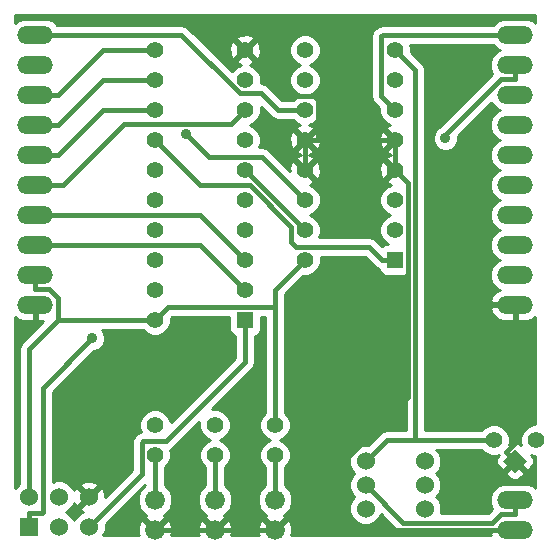
<source format=gtl>
G04 (created by PCBNEW-RS274X (2011-05-25)-stable) date Thu 09 Aug 2012 09:53:34 PM CST*
G01*
G70*
G90*
%MOIN*%
G04 Gerber Fmt 3.4, Leading zero omitted, Abs format*
%FSLAX34Y34*%
G04 APERTURE LIST*
%ADD10C,0.006000*%
%ADD11C,0.055000*%
%ADD12O,0.118700X0.059300*%
%ADD13R,0.060000X0.060000*%
%ADD14C,0.060000*%
%ADD15C,0.066000*%
%ADD16R,0.055000X0.055000*%
%ADD17C,0.035000*%
%ADD18C,0.016000*%
%ADD19C,0.010000*%
G04 APERTURE END LIST*
G54D10*
G54D11*
X24000Y-28500D03*
X24000Y-27500D03*
X26000Y-28500D03*
X26000Y-27500D03*
X28000Y-28500D03*
X28000Y-27500D03*
G54D12*
X20000Y-21500D03*
X20000Y-20500D03*
X20000Y-19500D03*
X20000Y-18500D03*
X20000Y-17500D03*
X20000Y-16500D03*
X36000Y-16500D03*
X36000Y-17500D03*
X36000Y-18500D03*
X36000Y-19500D03*
X36000Y-20500D03*
X36000Y-21500D03*
X36000Y-14500D03*
X36000Y-15500D03*
X20000Y-15500D03*
X20000Y-14500D03*
X36000Y-22500D03*
X36000Y-23500D03*
X20000Y-23500D03*
X20000Y-22500D03*
X36000Y-30000D03*
X36000Y-31000D03*
G54D13*
X19800Y-30900D03*
G54D14*
X19800Y-29900D03*
X20800Y-30900D03*
X20800Y-29900D03*
X21800Y-30900D03*
X21800Y-29900D03*
G54D11*
X35293Y-28000D03*
G54D10*
G36*
X36389Y-28707D02*
X36000Y-29096D01*
X35611Y-28707D01*
X36000Y-28318D01*
X36389Y-28707D01*
X36389Y-28707D01*
G37*
G54D11*
X36707Y-28000D03*
G54D15*
X28000Y-30000D03*
X28000Y-31000D03*
X26000Y-30000D03*
X26000Y-31000D03*
X24000Y-30000D03*
X24000Y-31000D03*
G54D16*
X27000Y-24000D03*
G54D11*
X27000Y-23000D03*
X27000Y-22000D03*
X27000Y-21000D03*
X27000Y-20000D03*
X27000Y-19000D03*
X27000Y-18000D03*
X27000Y-17000D03*
X27000Y-16000D03*
X27000Y-15000D03*
X24000Y-15000D03*
X24000Y-16000D03*
X24000Y-17000D03*
X24000Y-18000D03*
X24000Y-19000D03*
X24000Y-20000D03*
X24000Y-21000D03*
X24000Y-22000D03*
X24000Y-23000D03*
X24000Y-24000D03*
G54D16*
X32000Y-22000D03*
G54D11*
X32000Y-21000D03*
X32000Y-20000D03*
X32000Y-19000D03*
X32000Y-18000D03*
X32000Y-17000D03*
X32000Y-16000D03*
X32000Y-15000D03*
X29000Y-15000D03*
X29000Y-16000D03*
X29000Y-17000D03*
X29000Y-18000D03*
X29000Y-19000D03*
X29000Y-20000D03*
X29000Y-21000D03*
X29000Y-22000D03*
G54D14*
X31016Y-30287D03*
X31016Y-29500D03*
X31016Y-28713D03*
X32984Y-30287D03*
X32984Y-29500D03*
X32984Y-28713D03*
G54D17*
X25034Y-17812D03*
X33680Y-17943D03*
X21915Y-24615D03*
G54D18*
X29000Y-19000D02*
X29000Y-18000D01*
X29000Y-18000D02*
X29447Y-18000D01*
X29447Y-18000D02*
X32000Y-18000D01*
X28545Y-16545D02*
X27000Y-15000D01*
X29402Y-16545D02*
X28545Y-16545D01*
X29447Y-16590D02*
X29402Y-16545D01*
X29447Y-18000D02*
X29447Y-16590D01*
X24000Y-31000D02*
X26000Y-31000D01*
X36000Y-28087D02*
X36000Y-23500D01*
X35690Y-28397D02*
X36000Y-28087D01*
X36000Y-28707D02*
X35690Y-28397D01*
X26000Y-31000D02*
X28000Y-31000D01*
X32000Y-18000D02*
X32000Y-19000D01*
X36000Y-31000D02*
X35243Y-31000D01*
X30654Y-31000D02*
X35243Y-31000D01*
X29327Y-29673D02*
X30654Y-31000D01*
X32438Y-26562D02*
X29327Y-29673D01*
X32438Y-19438D02*
X32438Y-26562D01*
X32000Y-19000D02*
X32438Y-19438D01*
X29327Y-29673D02*
X28000Y-31000D01*
X35540Y-30460D02*
X36000Y-30460D01*
X35244Y-30756D02*
X35540Y-30460D01*
X32272Y-30756D02*
X35244Y-30756D01*
X31016Y-29500D02*
X32272Y-30756D01*
X36000Y-30000D02*
X36000Y-30460D01*
X25500Y-20500D02*
X20000Y-20500D01*
X27000Y-22000D02*
X25500Y-20500D01*
X20939Y-19500D02*
X20000Y-19500D01*
X22965Y-17474D02*
X20939Y-19500D01*
X26526Y-17474D02*
X22965Y-17474D01*
X27000Y-17000D02*
X26526Y-17474D01*
X22257Y-16000D02*
X20757Y-17500D01*
X24000Y-16000D02*
X22257Y-16000D01*
X20000Y-17500D02*
X20757Y-17500D01*
X28000Y-30000D02*
X28000Y-28500D01*
X24000Y-30000D02*
X24000Y-28500D01*
X26000Y-30000D02*
X26000Y-28500D01*
X25500Y-19500D02*
X24000Y-18000D01*
X27155Y-19500D02*
X25500Y-19500D01*
X28546Y-20891D02*
X27155Y-19500D01*
X28546Y-21395D02*
X28546Y-20891D01*
X28713Y-21562D02*
X28546Y-21395D01*
X31124Y-21562D02*
X28713Y-21562D01*
X31562Y-22000D02*
X31124Y-21562D01*
X32000Y-22000D02*
X31562Y-22000D01*
X31587Y-14500D02*
X36000Y-14500D01*
X31542Y-14545D02*
X31587Y-14500D01*
X31542Y-16542D02*
X31542Y-14545D01*
X32000Y-17000D02*
X31542Y-16542D01*
X32682Y-15682D02*
X32000Y-15000D01*
X32682Y-28000D02*
X32682Y-15682D01*
X31729Y-28000D02*
X32682Y-28000D01*
X31016Y-28713D02*
X31729Y-28000D01*
X32682Y-28000D02*
X35293Y-28000D01*
X28091Y-17000D02*
X29000Y-17000D01*
X27530Y-16439D02*
X28091Y-17000D01*
X26820Y-16439D02*
X27530Y-16439D01*
X24881Y-14500D02*
X26820Y-16439D01*
X20000Y-14500D02*
X24881Y-14500D01*
X25783Y-18561D02*
X25034Y-17812D01*
X27561Y-18561D02*
X25783Y-18561D01*
X29000Y-20000D02*
X27561Y-18561D01*
X35540Y-15960D02*
X36000Y-15960D01*
X33680Y-17820D02*
X35540Y-15960D01*
X33680Y-17943D02*
X33680Y-17820D01*
X36000Y-15500D02*
X36000Y-15960D01*
X25500Y-21500D02*
X27000Y-23000D01*
X20000Y-21500D02*
X25500Y-21500D01*
X29000Y-21000D02*
X27000Y-19000D01*
X22257Y-17000D02*
X20757Y-18500D01*
X24000Y-17000D02*
X22257Y-17000D01*
X20000Y-18500D02*
X20757Y-18500D01*
X22257Y-15000D02*
X20757Y-16500D01*
X24000Y-15000D02*
X22257Y-15000D01*
X20000Y-16500D02*
X20757Y-16500D01*
X20218Y-30437D02*
X19800Y-30437D01*
X20263Y-30392D02*
X20218Y-30437D01*
X20263Y-26267D02*
X20263Y-30392D01*
X21915Y-24615D02*
X20263Y-26267D01*
X19800Y-30900D02*
X19800Y-30437D01*
X23551Y-29149D02*
X21800Y-30900D01*
X23551Y-28090D02*
X23551Y-29149D01*
X23596Y-28045D02*
X23551Y-28090D01*
X24355Y-28045D02*
X23596Y-28045D01*
X27000Y-25400D02*
X24355Y-28045D01*
X27000Y-24000D02*
X27000Y-25400D01*
X20000Y-22500D02*
X20000Y-22960D01*
X24000Y-24000D02*
X20781Y-24000D01*
X19800Y-24981D02*
X20781Y-24000D01*
X19800Y-29900D02*
X19800Y-24981D01*
X20460Y-22960D02*
X20000Y-22960D01*
X20781Y-23281D02*
X20460Y-22960D01*
X20781Y-24000D02*
X20781Y-23281D01*
X28000Y-23561D02*
X28000Y-27500D01*
X28000Y-23000D02*
X28000Y-23561D01*
X29000Y-22000D02*
X28000Y-23000D01*
X24439Y-23561D02*
X24000Y-24000D01*
X28000Y-23561D02*
X24439Y-23561D01*
G54D10*
G36*
X20268Y-24046D02*
X19567Y-24748D01*
X19495Y-24854D01*
X19470Y-24981D01*
X19470Y-29454D01*
X19335Y-29589D01*
X19325Y-29613D01*
X19325Y-23891D01*
X19404Y-23967D01*
X19605Y-24046D01*
X19950Y-24046D01*
X19950Y-23600D01*
X19950Y-23550D01*
X19950Y-23450D01*
X20050Y-23450D01*
X20050Y-23550D01*
X20050Y-23600D01*
X20050Y-24046D01*
X20268Y-24046D01*
X20268Y-24046D01*
G37*
G54D19*
X20268Y-24046D02*
X19567Y-24748D01*
X19495Y-24854D01*
X19470Y-24981D01*
X19470Y-29454D01*
X19335Y-29589D01*
X19325Y-29613D01*
X19325Y-23891D01*
X19404Y-23967D01*
X19605Y-24046D01*
X19950Y-24046D01*
X19950Y-23600D01*
X19950Y-23550D01*
X19950Y-23450D01*
X20050Y-23450D01*
X20050Y-23550D01*
X20050Y-23600D01*
X20050Y-24046D01*
X20268Y-24046D01*
G54D10*
G36*
X26670Y-25263D02*
X24525Y-27408D01*
X24525Y-27396D01*
X24445Y-27203D01*
X24298Y-27055D01*
X24105Y-26975D01*
X23896Y-26975D01*
X23703Y-27055D01*
X23555Y-27202D01*
X23475Y-27395D01*
X23475Y-27604D01*
X23526Y-27728D01*
X23470Y-27740D01*
X23434Y-27764D01*
X23362Y-27812D01*
X23318Y-27857D01*
X23246Y-27963D01*
X23221Y-28090D01*
X23221Y-29012D01*
X22338Y-29894D01*
X22332Y-29766D01*
X22272Y-29619D01*
X22178Y-29592D01*
X22108Y-29662D01*
X22108Y-29522D01*
X22081Y-29428D01*
X21879Y-29357D01*
X21666Y-29368D01*
X21519Y-29428D01*
X21492Y-29522D01*
X21800Y-29829D01*
X22108Y-29522D01*
X22108Y-29662D01*
X21871Y-29900D01*
X21800Y-29971D01*
X21492Y-30278D01*
X21519Y-30372D01*
X21584Y-30395D01*
X21489Y-30435D01*
X21335Y-30589D01*
X21300Y-30673D01*
X21265Y-30589D01*
X21111Y-30435D01*
X21026Y-30400D01*
X21111Y-30365D01*
X21265Y-30211D01*
X21302Y-30119D01*
X21328Y-30181D01*
X21422Y-30208D01*
X21729Y-29900D01*
X21422Y-29592D01*
X21328Y-29619D01*
X21304Y-29684D01*
X21265Y-29589D01*
X21111Y-29435D01*
X20909Y-29351D01*
X20691Y-29351D01*
X20593Y-29391D01*
X20593Y-26403D01*
X21956Y-25040D01*
X21999Y-25040D01*
X22155Y-24976D01*
X22275Y-24856D01*
X22340Y-24700D01*
X22340Y-24531D01*
X22276Y-24375D01*
X22231Y-24330D01*
X23587Y-24330D01*
X23702Y-24445D01*
X23895Y-24525D01*
X24104Y-24525D01*
X24297Y-24445D01*
X24445Y-24298D01*
X24525Y-24105D01*
X24525Y-23941D01*
X24575Y-23891D01*
X26476Y-23891D01*
X26476Y-24324D01*
X26514Y-24416D01*
X26584Y-24486D01*
X26670Y-24521D01*
X26670Y-25263D01*
X26670Y-25263D01*
G37*
G54D19*
X26670Y-25263D02*
X24525Y-27408D01*
X24525Y-27396D01*
X24445Y-27203D01*
X24298Y-27055D01*
X24105Y-26975D01*
X23896Y-26975D01*
X23703Y-27055D01*
X23555Y-27202D01*
X23475Y-27395D01*
X23475Y-27604D01*
X23526Y-27728D01*
X23470Y-27740D01*
X23434Y-27764D01*
X23362Y-27812D01*
X23318Y-27857D01*
X23246Y-27963D01*
X23221Y-28090D01*
X23221Y-29012D01*
X22338Y-29894D01*
X22332Y-29766D01*
X22272Y-29619D01*
X22178Y-29592D01*
X22108Y-29662D01*
X22108Y-29522D01*
X22081Y-29428D01*
X21879Y-29357D01*
X21666Y-29368D01*
X21519Y-29428D01*
X21492Y-29522D01*
X21800Y-29829D01*
X22108Y-29522D01*
X22108Y-29662D01*
X21871Y-29900D01*
X21800Y-29971D01*
X21492Y-30278D01*
X21519Y-30372D01*
X21584Y-30395D01*
X21489Y-30435D01*
X21335Y-30589D01*
X21300Y-30673D01*
X21265Y-30589D01*
X21111Y-30435D01*
X21026Y-30400D01*
X21111Y-30365D01*
X21265Y-30211D01*
X21302Y-30119D01*
X21328Y-30181D01*
X21422Y-30208D01*
X21729Y-29900D01*
X21422Y-29592D01*
X21328Y-29619D01*
X21304Y-29684D01*
X21265Y-29589D01*
X21111Y-29435D01*
X20909Y-29351D01*
X20691Y-29351D01*
X20593Y-29391D01*
X20593Y-26403D01*
X21956Y-25040D01*
X21999Y-25040D01*
X22155Y-24976D01*
X22275Y-24856D01*
X22340Y-24700D01*
X22340Y-24531D01*
X22276Y-24375D01*
X22231Y-24330D01*
X23587Y-24330D01*
X23702Y-24445D01*
X23895Y-24525D01*
X24104Y-24525D01*
X24297Y-24445D01*
X24445Y-24298D01*
X24525Y-24105D01*
X24525Y-23941D01*
X24575Y-23891D01*
X26476Y-23891D01*
X26476Y-24324D01*
X26514Y-24416D01*
X26584Y-24486D01*
X26670Y-24521D01*
X26670Y-25263D01*
G54D10*
G36*
X35193Y-31100D02*
X35175Y-31134D01*
X35191Y-31175D01*
X28540Y-31175D01*
X28573Y-31086D01*
X28562Y-30861D01*
X28496Y-30702D01*
X28400Y-30671D01*
X28106Y-30965D01*
X28071Y-31000D01*
X28000Y-31071D01*
X27929Y-31000D01*
X27894Y-30965D01*
X27600Y-30671D01*
X27504Y-30702D01*
X27427Y-30914D01*
X27438Y-31139D01*
X27452Y-31175D01*
X26540Y-31175D01*
X26573Y-31086D01*
X26562Y-30861D01*
X26496Y-30702D01*
X26400Y-30671D01*
X26106Y-30965D01*
X26071Y-31000D01*
X26000Y-31071D01*
X25929Y-31000D01*
X25894Y-30965D01*
X25600Y-30671D01*
X25504Y-30702D01*
X25427Y-30914D01*
X25438Y-31139D01*
X25452Y-31175D01*
X24540Y-31175D01*
X24573Y-31086D01*
X24562Y-30861D01*
X24496Y-30702D01*
X24400Y-30671D01*
X24106Y-30965D01*
X24071Y-31000D01*
X24000Y-31071D01*
X23929Y-31000D01*
X23894Y-30965D01*
X23600Y-30671D01*
X23504Y-30702D01*
X23427Y-30914D01*
X23438Y-31139D01*
X23452Y-31175D01*
X22279Y-31175D01*
X22349Y-31009D01*
X22349Y-30817D01*
X23670Y-29496D01*
X23670Y-29510D01*
X23509Y-29671D01*
X23420Y-29884D01*
X23420Y-30115D01*
X23508Y-30328D01*
X23671Y-30491D01*
X23702Y-30503D01*
X23702Y-30504D01*
X23671Y-30600D01*
X24000Y-30929D01*
X24329Y-30600D01*
X24298Y-30504D01*
X24328Y-30492D01*
X24491Y-30329D01*
X24580Y-30116D01*
X24580Y-29885D01*
X24492Y-29672D01*
X24330Y-29510D01*
X24330Y-28912D01*
X24445Y-28798D01*
X24525Y-28605D01*
X24525Y-28396D01*
X24500Y-28337D01*
X24588Y-28278D01*
X25477Y-27388D01*
X25475Y-27395D01*
X25475Y-27604D01*
X25555Y-27797D01*
X25702Y-27945D01*
X25835Y-28000D01*
X25703Y-28055D01*
X25555Y-28202D01*
X25475Y-28395D01*
X25475Y-28604D01*
X25555Y-28797D01*
X25670Y-28912D01*
X25670Y-29510D01*
X25509Y-29671D01*
X25420Y-29884D01*
X25420Y-30115D01*
X25508Y-30328D01*
X25671Y-30491D01*
X25702Y-30503D01*
X25702Y-30504D01*
X25671Y-30600D01*
X26000Y-30929D01*
X26329Y-30600D01*
X26298Y-30504D01*
X26328Y-30492D01*
X26491Y-30329D01*
X26580Y-30116D01*
X26580Y-29885D01*
X26492Y-29672D01*
X26330Y-29510D01*
X26330Y-28912D01*
X26445Y-28798D01*
X26525Y-28605D01*
X26525Y-28396D01*
X26445Y-28203D01*
X26298Y-28055D01*
X26164Y-27999D01*
X26297Y-27945D01*
X26445Y-27798D01*
X26525Y-27605D01*
X26525Y-27396D01*
X26445Y-27203D01*
X26298Y-27055D01*
X26105Y-26975D01*
X25896Y-26975D01*
X25888Y-26978D01*
X27233Y-25634D01*
X27233Y-25633D01*
X27280Y-25562D01*
X27304Y-25527D01*
X27305Y-25526D01*
X27329Y-25400D01*
X27330Y-25400D01*
X27330Y-24521D01*
X27416Y-24486D01*
X27486Y-24416D01*
X27524Y-24325D01*
X27524Y-24226D01*
X27524Y-23891D01*
X27670Y-23891D01*
X27670Y-27087D01*
X27555Y-27202D01*
X27475Y-27395D01*
X27475Y-27604D01*
X27555Y-27797D01*
X27702Y-27945D01*
X27835Y-28000D01*
X27703Y-28055D01*
X27555Y-28202D01*
X27475Y-28395D01*
X27475Y-28604D01*
X27555Y-28797D01*
X27670Y-28912D01*
X27670Y-29510D01*
X27509Y-29671D01*
X27420Y-29884D01*
X27420Y-30115D01*
X27508Y-30328D01*
X27671Y-30491D01*
X27702Y-30503D01*
X27702Y-30504D01*
X27671Y-30600D01*
X28000Y-30929D01*
X28329Y-30600D01*
X28298Y-30504D01*
X28328Y-30492D01*
X28491Y-30329D01*
X28580Y-30116D01*
X28580Y-29885D01*
X28492Y-29672D01*
X28330Y-29510D01*
X28330Y-28912D01*
X28445Y-28798D01*
X28525Y-28605D01*
X28525Y-28396D01*
X28445Y-28203D01*
X28298Y-28055D01*
X28164Y-27999D01*
X28297Y-27945D01*
X28445Y-27798D01*
X28525Y-27605D01*
X28525Y-27396D01*
X28445Y-27203D01*
X28330Y-27087D01*
X28330Y-23561D01*
X28330Y-23136D01*
X28941Y-22525D01*
X29104Y-22525D01*
X29297Y-22445D01*
X29445Y-22298D01*
X29525Y-22105D01*
X29525Y-21896D01*
X29523Y-21892D01*
X30987Y-21892D01*
X31328Y-22233D01*
X31329Y-22233D01*
X31400Y-22280D01*
X31435Y-22304D01*
X31436Y-22305D01*
X31476Y-22312D01*
X31476Y-22324D01*
X31514Y-22416D01*
X31584Y-22486D01*
X31675Y-22524D01*
X31774Y-22524D01*
X32324Y-22524D01*
X32352Y-22512D01*
X32352Y-27670D01*
X31729Y-27670D01*
X31623Y-27691D01*
X31602Y-27695D01*
X31495Y-27767D01*
X31098Y-28164D01*
X30907Y-28164D01*
X30705Y-28248D01*
X30551Y-28402D01*
X30467Y-28604D01*
X30467Y-28822D01*
X30551Y-29024D01*
X30633Y-29106D01*
X30551Y-29189D01*
X30467Y-29391D01*
X30467Y-29609D01*
X30551Y-29811D01*
X30633Y-29893D01*
X30551Y-29976D01*
X30467Y-30178D01*
X30467Y-30396D01*
X30551Y-30598D01*
X30705Y-30752D01*
X30907Y-30836D01*
X31125Y-30836D01*
X31327Y-30752D01*
X31481Y-30598D01*
X31529Y-30480D01*
X32038Y-30989D01*
X32039Y-30989D01*
X32145Y-31061D01*
X32146Y-31061D01*
X32166Y-31064D01*
X32272Y-31086D01*
X35157Y-31086D01*
X35157Y-31100D01*
X35193Y-31100D01*
X35193Y-31100D01*
G37*
G54D19*
X35193Y-31100D02*
X35175Y-31134D01*
X35191Y-31175D01*
X28540Y-31175D01*
X28573Y-31086D01*
X28562Y-30861D01*
X28496Y-30702D01*
X28400Y-30671D01*
X28106Y-30965D01*
X28071Y-31000D01*
X28000Y-31071D01*
X27929Y-31000D01*
X27894Y-30965D01*
X27600Y-30671D01*
X27504Y-30702D01*
X27427Y-30914D01*
X27438Y-31139D01*
X27452Y-31175D01*
X26540Y-31175D01*
X26573Y-31086D01*
X26562Y-30861D01*
X26496Y-30702D01*
X26400Y-30671D01*
X26106Y-30965D01*
X26071Y-31000D01*
X26000Y-31071D01*
X25929Y-31000D01*
X25894Y-30965D01*
X25600Y-30671D01*
X25504Y-30702D01*
X25427Y-30914D01*
X25438Y-31139D01*
X25452Y-31175D01*
X24540Y-31175D01*
X24573Y-31086D01*
X24562Y-30861D01*
X24496Y-30702D01*
X24400Y-30671D01*
X24106Y-30965D01*
X24071Y-31000D01*
X24000Y-31071D01*
X23929Y-31000D01*
X23894Y-30965D01*
X23600Y-30671D01*
X23504Y-30702D01*
X23427Y-30914D01*
X23438Y-31139D01*
X23452Y-31175D01*
X22279Y-31175D01*
X22349Y-31009D01*
X22349Y-30817D01*
X23670Y-29496D01*
X23670Y-29510D01*
X23509Y-29671D01*
X23420Y-29884D01*
X23420Y-30115D01*
X23508Y-30328D01*
X23671Y-30491D01*
X23702Y-30503D01*
X23702Y-30504D01*
X23671Y-30600D01*
X24000Y-30929D01*
X24329Y-30600D01*
X24298Y-30504D01*
X24328Y-30492D01*
X24491Y-30329D01*
X24580Y-30116D01*
X24580Y-29885D01*
X24492Y-29672D01*
X24330Y-29510D01*
X24330Y-28912D01*
X24445Y-28798D01*
X24525Y-28605D01*
X24525Y-28396D01*
X24500Y-28337D01*
X24588Y-28278D01*
X25477Y-27388D01*
X25475Y-27395D01*
X25475Y-27604D01*
X25555Y-27797D01*
X25702Y-27945D01*
X25835Y-28000D01*
X25703Y-28055D01*
X25555Y-28202D01*
X25475Y-28395D01*
X25475Y-28604D01*
X25555Y-28797D01*
X25670Y-28912D01*
X25670Y-29510D01*
X25509Y-29671D01*
X25420Y-29884D01*
X25420Y-30115D01*
X25508Y-30328D01*
X25671Y-30491D01*
X25702Y-30503D01*
X25702Y-30504D01*
X25671Y-30600D01*
X26000Y-30929D01*
X26329Y-30600D01*
X26298Y-30504D01*
X26328Y-30492D01*
X26491Y-30329D01*
X26580Y-30116D01*
X26580Y-29885D01*
X26492Y-29672D01*
X26330Y-29510D01*
X26330Y-28912D01*
X26445Y-28798D01*
X26525Y-28605D01*
X26525Y-28396D01*
X26445Y-28203D01*
X26298Y-28055D01*
X26164Y-27999D01*
X26297Y-27945D01*
X26445Y-27798D01*
X26525Y-27605D01*
X26525Y-27396D01*
X26445Y-27203D01*
X26298Y-27055D01*
X26105Y-26975D01*
X25896Y-26975D01*
X25888Y-26978D01*
X27233Y-25634D01*
X27233Y-25633D01*
X27280Y-25562D01*
X27304Y-25527D01*
X27305Y-25526D01*
X27329Y-25400D01*
X27330Y-25400D01*
X27330Y-24521D01*
X27416Y-24486D01*
X27486Y-24416D01*
X27524Y-24325D01*
X27524Y-24226D01*
X27524Y-23891D01*
X27670Y-23891D01*
X27670Y-27087D01*
X27555Y-27202D01*
X27475Y-27395D01*
X27475Y-27604D01*
X27555Y-27797D01*
X27702Y-27945D01*
X27835Y-28000D01*
X27703Y-28055D01*
X27555Y-28202D01*
X27475Y-28395D01*
X27475Y-28604D01*
X27555Y-28797D01*
X27670Y-28912D01*
X27670Y-29510D01*
X27509Y-29671D01*
X27420Y-29884D01*
X27420Y-30115D01*
X27508Y-30328D01*
X27671Y-30491D01*
X27702Y-30503D01*
X27702Y-30504D01*
X27671Y-30600D01*
X28000Y-30929D01*
X28329Y-30600D01*
X28298Y-30504D01*
X28328Y-30492D01*
X28491Y-30329D01*
X28580Y-30116D01*
X28580Y-29885D01*
X28492Y-29672D01*
X28330Y-29510D01*
X28330Y-28912D01*
X28445Y-28798D01*
X28525Y-28605D01*
X28525Y-28396D01*
X28445Y-28203D01*
X28298Y-28055D01*
X28164Y-27999D01*
X28297Y-27945D01*
X28445Y-27798D01*
X28525Y-27605D01*
X28525Y-27396D01*
X28445Y-27203D01*
X28330Y-27087D01*
X28330Y-23561D01*
X28330Y-23136D01*
X28941Y-22525D01*
X29104Y-22525D01*
X29297Y-22445D01*
X29445Y-22298D01*
X29525Y-22105D01*
X29525Y-21896D01*
X29523Y-21892D01*
X30987Y-21892D01*
X31328Y-22233D01*
X31329Y-22233D01*
X31400Y-22280D01*
X31435Y-22304D01*
X31436Y-22305D01*
X31476Y-22312D01*
X31476Y-22324D01*
X31514Y-22416D01*
X31584Y-22486D01*
X31675Y-22524D01*
X31774Y-22524D01*
X32324Y-22524D01*
X32352Y-22512D01*
X32352Y-27670D01*
X31729Y-27670D01*
X31623Y-27691D01*
X31602Y-27695D01*
X31495Y-27767D01*
X31098Y-28164D01*
X30907Y-28164D01*
X30705Y-28248D01*
X30551Y-28402D01*
X30467Y-28604D01*
X30467Y-28822D01*
X30551Y-29024D01*
X30633Y-29106D01*
X30551Y-29189D01*
X30467Y-29391D01*
X30467Y-29609D01*
X30551Y-29811D01*
X30633Y-29893D01*
X30551Y-29976D01*
X30467Y-30178D01*
X30467Y-30396D01*
X30551Y-30598D01*
X30705Y-30752D01*
X30907Y-30836D01*
X31125Y-30836D01*
X31327Y-30752D01*
X31481Y-30598D01*
X31529Y-30480D01*
X32038Y-30989D01*
X32039Y-30989D01*
X32145Y-31061D01*
X32146Y-31061D01*
X32166Y-31064D01*
X32272Y-31086D01*
X35157Y-31086D01*
X35157Y-31100D01*
X35193Y-31100D01*
G54D10*
G36*
X36050Y-31050D02*
X35950Y-31050D01*
X35950Y-30950D01*
X36050Y-30950D01*
X36050Y-31050D01*
X36050Y-31050D01*
G37*
G54D19*
X36050Y-31050D02*
X35950Y-31050D01*
X35950Y-30950D01*
X36050Y-30950D01*
X36050Y-31050D01*
G54D10*
G36*
X36675Y-14104D02*
X36617Y-14046D01*
X36420Y-13964D01*
X36207Y-13964D01*
X35581Y-13964D01*
X35384Y-14045D01*
X35259Y-14170D01*
X31587Y-14170D01*
X31461Y-14195D01*
X31425Y-14219D01*
X31353Y-14267D01*
X31309Y-14312D01*
X31237Y-14418D01*
X31212Y-14545D01*
X31212Y-16542D01*
X31237Y-16669D01*
X31309Y-16775D01*
X31475Y-16941D01*
X31475Y-17104D01*
X31555Y-17297D01*
X31702Y-17445D01*
X31842Y-17503D01*
X31733Y-17548D01*
X31710Y-17639D01*
X31965Y-17894D01*
X32000Y-17929D01*
X32071Y-18000D01*
X32000Y-18071D01*
X31965Y-18106D01*
X31929Y-18142D01*
X31929Y-18000D01*
X31639Y-17710D01*
X31548Y-17733D01*
X31481Y-17926D01*
X31492Y-18130D01*
X31548Y-18267D01*
X31639Y-18290D01*
X31929Y-18000D01*
X31929Y-18142D01*
X31710Y-18361D01*
X31733Y-18452D01*
X31859Y-18496D01*
X31733Y-18548D01*
X31710Y-18639D01*
X31965Y-18894D01*
X32000Y-18929D01*
X32071Y-19000D01*
X32000Y-19071D01*
X31965Y-19106D01*
X31929Y-19142D01*
X31929Y-19000D01*
X31639Y-18710D01*
X31548Y-18733D01*
X31481Y-18926D01*
X31492Y-19130D01*
X31548Y-19267D01*
X31639Y-19290D01*
X31929Y-19000D01*
X31929Y-19142D01*
X31710Y-19361D01*
X31733Y-19452D01*
X31851Y-19493D01*
X31703Y-19555D01*
X31555Y-19702D01*
X31475Y-19895D01*
X31475Y-20104D01*
X31555Y-20297D01*
X31702Y-20445D01*
X31835Y-20500D01*
X31703Y-20555D01*
X31555Y-20702D01*
X31475Y-20895D01*
X31475Y-21104D01*
X31555Y-21297D01*
X31702Y-21445D01*
X31776Y-21476D01*
X31676Y-21476D01*
X31584Y-21514D01*
X31563Y-21534D01*
X31357Y-21329D01*
X31251Y-21257D01*
X31124Y-21232D01*
X29472Y-21232D01*
X29525Y-21105D01*
X29525Y-20896D01*
X29445Y-20703D01*
X29298Y-20555D01*
X29164Y-20499D01*
X29297Y-20445D01*
X29445Y-20298D01*
X29525Y-20105D01*
X29525Y-19896D01*
X29519Y-19881D01*
X29519Y-19074D01*
X29519Y-18074D01*
X29508Y-17870D01*
X29452Y-17733D01*
X29361Y-17710D01*
X29071Y-18000D01*
X29361Y-18290D01*
X29452Y-18267D01*
X29519Y-18074D01*
X29519Y-19074D01*
X29508Y-18870D01*
X29452Y-18733D01*
X29361Y-18710D01*
X29290Y-18781D01*
X29290Y-18639D01*
X29267Y-18548D01*
X29140Y-18503D01*
X29267Y-18452D01*
X29290Y-18361D01*
X29000Y-18071D01*
X28929Y-18142D01*
X28929Y-18000D01*
X28639Y-17710D01*
X28548Y-17733D01*
X28481Y-17926D01*
X28492Y-18130D01*
X28548Y-18267D01*
X28639Y-18290D01*
X28929Y-18000D01*
X28929Y-18142D01*
X28710Y-18361D01*
X28733Y-18452D01*
X28859Y-18496D01*
X28733Y-18548D01*
X28710Y-18639D01*
X29000Y-18929D01*
X29290Y-18639D01*
X29290Y-18781D01*
X29071Y-19000D01*
X29361Y-19290D01*
X29452Y-19267D01*
X29519Y-19074D01*
X29519Y-19881D01*
X29445Y-19703D01*
X29298Y-19555D01*
X29157Y-19496D01*
X29267Y-19452D01*
X29290Y-19361D01*
X29035Y-19106D01*
X29000Y-19071D01*
X28929Y-19000D01*
X28894Y-18965D01*
X28639Y-18710D01*
X28548Y-18733D01*
X28481Y-18926D01*
X28486Y-19020D01*
X27794Y-18328D01*
X27688Y-18256D01*
X27561Y-18231D01*
X27472Y-18231D01*
X27525Y-18105D01*
X27525Y-17896D01*
X27445Y-17703D01*
X27298Y-17555D01*
X27164Y-17499D01*
X27297Y-17445D01*
X27445Y-17298D01*
X27525Y-17105D01*
X27525Y-16900D01*
X27857Y-17233D01*
X27858Y-17233D01*
X27929Y-17280D01*
X27964Y-17304D01*
X27965Y-17305D01*
X28091Y-17330D01*
X28587Y-17330D01*
X28702Y-17445D01*
X28842Y-17503D01*
X28733Y-17548D01*
X28710Y-17639D01*
X29000Y-17929D01*
X29290Y-17639D01*
X29267Y-17548D01*
X29148Y-17506D01*
X29297Y-17445D01*
X29445Y-17298D01*
X29525Y-17105D01*
X29525Y-16896D01*
X29445Y-16703D01*
X29298Y-16555D01*
X29164Y-16499D01*
X29297Y-16445D01*
X29445Y-16298D01*
X29525Y-16105D01*
X29525Y-15896D01*
X29445Y-15703D01*
X29298Y-15555D01*
X29164Y-15499D01*
X29297Y-15445D01*
X29445Y-15298D01*
X29525Y-15105D01*
X29525Y-14896D01*
X29445Y-14703D01*
X29298Y-14555D01*
X29105Y-14475D01*
X28896Y-14475D01*
X28703Y-14555D01*
X28555Y-14702D01*
X28475Y-14895D01*
X28475Y-15104D01*
X28555Y-15297D01*
X28702Y-15445D01*
X28835Y-15500D01*
X28703Y-15555D01*
X28555Y-15702D01*
X28475Y-15895D01*
X28475Y-16104D01*
X28555Y-16297D01*
X28702Y-16445D01*
X28835Y-16500D01*
X28703Y-16555D01*
X28587Y-16670D01*
X28227Y-16670D01*
X27763Y-16206D01*
X27657Y-16134D01*
X27530Y-16109D01*
X27523Y-16109D01*
X27525Y-16105D01*
X27525Y-15896D01*
X27519Y-15881D01*
X27519Y-15074D01*
X27508Y-14870D01*
X27452Y-14733D01*
X27361Y-14710D01*
X27290Y-14781D01*
X27290Y-14639D01*
X27267Y-14548D01*
X27074Y-14481D01*
X26870Y-14492D01*
X26733Y-14548D01*
X26710Y-14639D01*
X27000Y-14929D01*
X27290Y-14639D01*
X27290Y-14781D01*
X27071Y-15000D01*
X27361Y-15290D01*
X27452Y-15267D01*
X27519Y-15074D01*
X27519Y-15881D01*
X27445Y-15703D01*
X27298Y-15555D01*
X27157Y-15496D01*
X27267Y-15452D01*
X27290Y-15361D01*
X27000Y-15071D01*
X26929Y-15142D01*
X26929Y-15000D01*
X26639Y-14710D01*
X26548Y-14733D01*
X26481Y-14926D01*
X26492Y-15130D01*
X26548Y-15267D01*
X26639Y-15290D01*
X26929Y-15000D01*
X26929Y-15142D01*
X26710Y-15361D01*
X26733Y-15452D01*
X26851Y-15493D01*
X26703Y-15555D01*
X26555Y-15702D01*
X26553Y-15706D01*
X25114Y-14267D01*
X25008Y-14195D01*
X24881Y-14170D01*
X20741Y-14170D01*
X20617Y-14046D01*
X20420Y-13964D01*
X20207Y-13964D01*
X19581Y-13964D01*
X19384Y-14045D01*
X19325Y-14104D01*
X19325Y-13825D01*
X36675Y-13825D01*
X36675Y-14104D01*
X36675Y-14104D01*
G37*
G54D19*
X36675Y-14104D02*
X36617Y-14046D01*
X36420Y-13964D01*
X36207Y-13964D01*
X35581Y-13964D01*
X35384Y-14045D01*
X35259Y-14170D01*
X31587Y-14170D01*
X31461Y-14195D01*
X31425Y-14219D01*
X31353Y-14267D01*
X31309Y-14312D01*
X31237Y-14418D01*
X31212Y-14545D01*
X31212Y-16542D01*
X31237Y-16669D01*
X31309Y-16775D01*
X31475Y-16941D01*
X31475Y-17104D01*
X31555Y-17297D01*
X31702Y-17445D01*
X31842Y-17503D01*
X31733Y-17548D01*
X31710Y-17639D01*
X31965Y-17894D01*
X32000Y-17929D01*
X32071Y-18000D01*
X32000Y-18071D01*
X31965Y-18106D01*
X31929Y-18142D01*
X31929Y-18000D01*
X31639Y-17710D01*
X31548Y-17733D01*
X31481Y-17926D01*
X31492Y-18130D01*
X31548Y-18267D01*
X31639Y-18290D01*
X31929Y-18000D01*
X31929Y-18142D01*
X31710Y-18361D01*
X31733Y-18452D01*
X31859Y-18496D01*
X31733Y-18548D01*
X31710Y-18639D01*
X31965Y-18894D01*
X32000Y-18929D01*
X32071Y-19000D01*
X32000Y-19071D01*
X31965Y-19106D01*
X31929Y-19142D01*
X31929Y-19000D01*
X31639Y-18710D01*
X31548Y-18733D01*
X31481Y-18926D01*
X31492Y-19130D01*
X31548Y-19267D01*
X31639Y-19290D01*
X31929Y-19000D01*
X31929Y-19142D01*
X31710Y-19361D01*
X31733Y-19452D01*
X31851Y-19493D01*
X31703Y-19555D01*
X31555Y-19702D01*
X31475Y-19895D01*
X31475Y-20104D01*
X31555Y-20297D01*
X31702Y-20445D01*
X31835Y-20500D01*
X31703Y-20555D01*
X31555Y-20702D01*
X31475Y-20895D01*
X31475Y-21104D01*
X31555Y-21297D01*
X31702Y-21445D01*
X31776Y-21476D01*
X31676Y-21476D01*
X31584Y-21514D01*
X31563Y-21534D01*
X31357Y-21329D01*
X31251Y-21257D01*
X31124Y-21232D01*
X29472Y-21232D01*
X29525Y-21105D01*
X29525Y-20896D01*
X29445Y-20703D01*
X29298Y-20555D01*
X29164Y-20499D01*
X29297Y-20445D01*
X29445Y-20298D01*
X29525Y-20105D01*
X29525Y-19896D01*
X29519Y-19881D01*
X29519Y-19074D01*
X29519Y-18074D01*
X29508Y-17870D01*
X29452Y-17733D01*
X29361Y-17710D01*
X29071Y-18000D01*
X29361Y-18290D01*
X29452Y-18267D01*
X29519Y-18074D01*
X29519Y-19074D01*
X29508Y-18870D01*
X29452Y-18733D01*
X29361Y-18710D01*
X29290Y-18781D01*
X29290Y-18639D01*
X29267Y-18548D01*
X29140Y-18503D01*
X29267Y-18452D01*
X29290Y-18361D01*
X29000Y-18071D01*
X28929Y-18142D01*
X28929Y-18000D01*
X28639Y-17710D01*
X28548Y-17733D01*
X28481Y-17926D01*
X28492Y-18130D01*
X28548Y-18267D01*
X28639Y-18290D01*
X28929Y-18000D01*
X28929Y-18142D01*
X28710Y-18361D01*
X28733Y-18452D01*
X28859Y-18496D01*
X28733Y-18548D01*
X28710Y-18639D01*
X29000Y-18929D01*
X29290Y-18639D01*
X29290Y-18781D01*
X29071Y-19000D01*
X29361Y-19290D01*
X29452Y-19267D01*
X29519Y-19074D01*
X29519Y-19881D01*
X29445Y-19703D01*
X29298Y-19555D01*
X29157Y-19496D01*
X29267Y-19452D01*
X29290Y-19361D01*
X29035Y-19106D01*
X29000Y-19071D01*
X28929Y-19000D01*
X28894Y-18965D01*
X28639Y-18710D01*
X28548Y-18733D01*
X28481Y-18926D01*
X28486Y-19020D01*
X27794Y-18328D01*
X27688Y-18256D01*
X27561Y-18231D01*
X27472Y-18231D01*
X27525Y-18105D01*
X27525Y-17896D01*
X27445Y-17703D01*
X27298Y-17555D01*
X27164Y-17499D01*
X27297Y-17445D01*
X27445Y-17298D01*
X27525Y-17105D01*
X27525Y-16900D01*
X27857Y-17233D01*
X27858Y-17233D01*
X27929Y-17280D01*
X27964Y-17304D01*
X27965Y-17305D01*
X28091Y-17330D01*
X28587Y-17330D01*
X28702Y-17445D01*
X28842Y-17503D01*
X28733Y-17548D01*
X28710Y-17639D01*
X29000Y-17929D01*
X29290Y-17639D01*
X29267Y-17548D01*
X29148Y-17506D01*
X29297Y-17445D01*
X29445Y-17298D01*
X29525Y-17105D01*
X29525Y-16896D01*
X29445Y-16703D01*
X29298Y-16555D01*
X29164Y-16499D01*
X29297Y-16445D01*
X29445Y-16298D01*
X29525Y-16105D01*
X29525Y-15896D01*
X29445Y-15703D01*
X29298Y-15555D01*
X29164Y-15499D01*
X29297Y-15445D01*
X29445Y-15298D01*
X29525Y-15105D01*
X29525Y-14896D01*
X29445Y-14703D01*
X29298Y-14555D01*
X29105Y-14475D01*
X28896Y-14475D01*
X28703Y-14555D01*
X28555Y-14702D01*
X28475Y-14895D01*
X28475Y-15104D01*
X28555Y-15297D01*
X28702Y-15445D01*
X28835Y-15500D01*
X28703Y-15555D01*
X28555Y-15702D01*
X28475Y-15895D01*
X28475Y-16104D01*
X28555Y-16297D01*
X28702Y-16445D01*
X28835Y-16500D01*
X28703Y-16555D01*
X28587Y-16670D01*
X28227Y-16670D01*
X27763Y-16206D01*
X27657Y-16134D01*
X27530Y-16109D01*
X27523Y-16109D01*
X27525Y-16105D01*
X27525Y-15896D01*
X27519Y-15881D01*
X27519Y-15074D01*
X27508Y-14870D01*
X27452Y-14733D01*
X27361Y-14710D01*
X27290Y-14781D01*
X27290Y-14639D01*
X27267Y-14548D01*
X27074Y-14481D01*
X26870Y-14492D01*
X26733Y-14548D01*
X26710Y-14639D01*
X27000Y-14929D01*
X27290Y-14639D01*
X27290Y-14781D01*
X27071Y-15000D01*
X27361Y-15290D01*
X27452Y-15267D01*
X27519Y-15074D01*
X27519Y-15881D01*
X27445Y-15703D01*
X27298Y-15555D01*
X27157Y-15496D01*
X27267Y-15452D01*
X27290Y-15361D01*
X27000Y-15071D01*
X26929Y-15142D01*
X26929Y-15000D01*
X26639Y-14710D01*
X26548Y-14733D01*
X26481Y-14926D01*
X26492Y-15130D01*
X26548Y-15267D01*
X26639Y-15290D01*
X26929Y-15000D01*
X26929Y-15142D01*
X26710Y-15361D01*
X26733Y-15452D01*
X26851Y-15493D01*
X26703Y-15555D01*
X26555Y-15702D01*
X26553Y-15706D01*
X25114Y-14267D01*
X25008Y-14195D01*
X24881Y-14170D01*
X20741Y-14170D01*
X20617Y-14046D01*
X20420Y-13964D01*
X20207Y-13964D01*
X19581Y-13964D01*
X19384Y-14045D01*
X19325Y-14104D01*
X19325Y-13825D01*
X36675Y-13825D01*
X36675Y-14104D01*
G54D10*
G36*
X36675Y-27475D02*
X36603Y-27475D01*
X36410Y-27555D01*
X36262Y-27702D01*
X36182Y-27895D01*
X36182Y-28104D01*
X36212Y-28178D01*
X36141Y-28107D01*
X36049Y-28069D01*
X35951Y-28069D01*
X35950Y-28069D01*
X35950Y-24046D01*
X35950Y-23550D01*
X35222Y-23550D01*
X35175Y-23634D01*
X35248Y-23817D01*
X35404Y-23967D01*
X35605Y-24046D01*
X35950Y-24046D01*
X35950Y-28069D01*
X35859Y-28107D01*
X35789Y-28177D01*
X35787Y-28178D01*
X35818Y-28105D01*
X35818Y-27896D01*
X35738Y-27703D01*
X35591Y-27555D01*
X35398Y-27475D01*
X35189Y-27475D01*
X34996Y-27555D01*
X34880Y-27670D01*
X33012Y-27670D01*
X33012Y-15682D01*
X32987Y-15556D01*
X32986Y-15555D01*
X32962Y-15520D01*
X32915Y-15449D01*
X32915Y-15448D01*
X32525Y-15058D01*
X32525Y-14896D01*
X32497Y-14830D01*
X35259Y-14830D01*
X35383Y-14954D01*
X35493Y-14999D01*
X35384Y-15045D01*
X35233Y-15196D01*
X35151Y-15393D01*
X35151Y-15606D01*
X35231Y-15801D01*
X33460Y-17573D01*
X33440Y-17582D01*
X33320Y-17702D01*
X33255Y-17858D01*
X33255Y-18027D01*
X33319Y-18183D01*
X33439Y-18303D01*
X33595Y-18368D01*
X33764Y-18368D01*
X33920Y-18304D01*
X34040Y-18184D01*
X34105Y-18028D01*
X34105Y-17861D01*
X35212Y-16754D01*
X35232Y-16803D01*
X35383Y-16954D01*
X35493Y-16999D01*
X35384Y-17045D01*
X35233Y-17196D01*
X35151Y-17393D01*
X35151Y-17606D01*
X35232Y-17803D01*
X35383Y-17954D01*
X35493Y-17999D01*
X35384Y-18045D01*
X35233Y-18196D01*
X35151Y-18393D01*
X35151Y-18606D01*
X35232Y-18803D01*
X35383Y-18954D01*
X35493Y-18999D01*
X35384Y-19045D01*
X35233Y-19196D01*
X35151Y-19393D01*
X35151Y-19606D01*
X35232Y-19803D01*
X35383Y-19954D01*
X35493Y-19999D01*
X35384Y-20045D01*
X35233Y-20196D01*
X35151Y-20393D01*
X35151Y-20606D01*
X35232Y-20803D01*
X35383Y-20954D01*
X35493Y-20999D01*
X35384Y-21045D01*
X35233Y-21196D01*
X35151Y-21393D01*
X35151Y-21606D01*
X35232Y-21803D01*
X35383Y-21954D01*
X35493Y-21999D01*
X35384Y-22045D01*
X35233Y-22196D01*
X35151Y-22393D01*
X35151Y-22606D01*
X35232Y-22803D01*
X35383Y-22954D01*
X35490Y-22998D01*
X35404Y-23033D01*
X35248Y-23183D01*
X35175Y-23366D01*
X35222Y-23450D01*
X35900Y-23450D01*
X35950Y-23450D01*
X36050Y-23450D01*
X36050Y-23550D01*
X36050Y-23600D01*
X36050Y-24046D01*
X36395Y-24046D01*
X36596Y-23967D01*
X36675Y-23891D01*
X36675Y-27475D01*
X36675Y-27475D01*
G37*
G54D19*
X36675Y-27475D02*
X36603Y-27475D01*
X36410Y-27555D01*
X36262Y-27702D01*
X36182Y-27895D01*
X36182Y-28104D01*
X36212Y-28178D01*
X36141Y-28107D01*
X36049Y-28069D01*
X35951Y-28069D01*
X35950Y-28069D01*
X35950Y-24046D01*
X35950Y-23550D01*
X35222Y-23550D01*
X35175Y-23634D01*
X35248Y-23817D01*
X35404Y-23967D01*
X35605Y-24046D01*
X35950Y-24046D01*
X35950Y-28069D01*
X35859Y-28107D01*
X35789Y-28177D01*
X35787Y-28178D01*
X35818Y-28105D01*
X35818Y-27896D01*
X35738Y-27703D01*
X35591Y-27555D01*
X35398Y-27475D01*
X35189Y-27475D01*
X34996Y-27555D01*
X34880Y-27670D01*
X33012Y-27670D01*
X33012Y-15682D01*
X32987Y-15556D01*
X32986Y-15555D01*
X32962Y-15520D01*
X32915Y-15449D01*
X32915Y-15448D01*
X32525Y-15058D01*
X32525Y-14896D01*
X32497Y-14830D01*
X35259Y-14830D01*
X35383Y-14954D01*
X35493Y-14999D01*
X35384Y-15045D01*
X35233Y-15196D01*
X35151Y-15393D01*
X35151Y-15606D01*
X35231Y-15801D01*
X33460Y-17573D01*
X33440Y-17582D01*
X33320Y-17702D01*
X33255Y-17858D01*
X33255Y-18027D01*
X33319Y-18183D01*
X33439Y-18303D01*
X33595Y-18368D01*
X33764Y-18368D01*
X33920Y-18304D01*
X34040Y-18184D01*
X34105Y-18028D01*
X34105Y-17861D01*
X35212Y-16754D01*
X35232Y-16803D01*
X35383Y-16954D01*
X35493Y-16999D01*
X35384Y-17045D01*
X35233Y-17196D01*
X35151Y-17393D01*
X35151Y-17606D01*
X35232Y-17803D01*
X35383Y-17954D01*
X35493Y-17999D01*
X35384Y-18045D01*
X35233Y-18196D01*
X35151Y-18393D01*
X35151Y-18606D01*
X35232Y-18803D01*
X35383Y-18954D01*
X35493Y-18999D01*
X35384Y-19045D01*
X35233Y-19196D01*
X35151Y-19393D01*
X35151Y-19606D01*
X35232Y-19803D01*
X35383Y-19954D01*
X35493Y-19999D01*
X35384Y-20045D01*
X35233Y-20196D01*
X35151Y-20393D01*
X35151Y-20606D01*
X35232Y-20803D01*
X35383Y-20954D01*
X35493Y-20999D01*
X35384Y-21045D01*
X35233Y-21196D01*
X35151Y-21393D01*
X35151Y-21606D01*
X35232Y-21803D01*
X35383Y-21954D01*
X35493Y-21999D01*
X35384Y-22045D01*
X35233Y-22196D01*
X35151Y-22393D01*
X35151Y-22606D01*
X35232Y-22803D01*
X35383Y-22954D01*
X35490Y-22998D01*
X35404Y-23033D01*
X35248Y-23183D01*
X35175Y-23366D01*
X35222Y-23450D01*
X35900Y-23450D01*
X35950Y-23450D01*
X36050Y-23450D01*
X36050Y-23550D01*
X36050Y-23600D01*
X36050Y-24046D01*
X36395Y-24046D01*
X36596Y-23967D01*
X36675Y-23891D01*
X36675Y-27475D01*
G54D10*
G36*
X36675Y-29604D02*
X36617Y-29546D01*
X36420Y-29464D01*
X36292Y-29464D01*
X36292Y-29157D01*
X36292Y-29070D01*
X36000Y-28778D01*
X35708Y-29070D01*
X35708Y-29157D01*
X35859Y-29307D01*
X35951Y-29345D01*
X36049Y-29345D01*
X36141Y-29307D01*
X36211Y-29237D01*
X36292Y-29157D01*
X36292Y-29464D01*
X36207Y-29464D01*
X35581Y-29464D01*
X35384Y-29545D01*
X35233Y-29696D01*
X35151Y-29893D01*
X35151Y-30106D01*
X35231Y-30301D01*
X35107Y-30426D01*
X33520Y-30426D01*
X33533Y-30396D01*
X33533Y-30178D01*
X33449Y-29976D01*
X33366Y-29893D01*
X33449Y-29811D01*
X33533Y-29609D01*
X33533Y-29391D01*
X33449Y-29189D01*
X33366Y-29106D01*
X33449Y-29024D01*
X33533Y-28822D01*
X33533Y-28604D01*
X33449Y-28402D01*
X33377Y-28330D01*
X34880Y-28330D01*
X34995Y-28445D01*
X35188Y-28525D01*
X35397Y-28525D01*
X35472Y-28493D01*
X35470Y-28496D01*
X35400Y-28566D01*
X35362Y-28658D01*
X35362Y-28756D01*
X35400Y-28848D01*
X35550Y-28999D01*
X35637Y-28999D01*
X35894Y-28742D01*
X35929Y-28707D01*
X36000Y-28636D01*
X36071Y-28707D01*
X36106Y-28742D01*
X36363Y-28999D01*
X36450Y-28999D01*
X36530Y-28918D01*
X36600Y-28848D01*
X36638Y-28756D01*
X36638Y-28658D01*
X36600Y-28566D01*
X36529Y-28494D01*
X36602Y-28525D01*
X36675Y-28525D01*
X36675Y-29604D01*
X36675Y-29604D01*
G37*
G54D19*
X36675Y-29604D02*
X36617Y-29546D01*
X36420Y-29464D01*
X36292Y-29464D01*
X36292Y-29157D01*
X36292Y-29070D01*
X36000Y-28778D01*
X35708Y-29070D01*
X35708Y-29157D01*
X35859Y-29307D01*
X35951Y-29345D01*
X36049Y-29345D01*
X36141Y-29307D01*
X36211Y-29237D01*
X36292Y-29157D01*
X36292Y-29464D01*
X36207Y-29464D01*
X35581Y-29464D01*
X35384Y-29545D01*
X35233Y-29696D01*
X35151Y-29893D01*
X35151Y-30106D01*
X35231Y-30301D01*
X35107Y-30426D01*
X33520Y-30426D01*
X33533Y-30396D01*
X33533Y-30178D01*
X33449Y-29976D01*
X33366Y-29893D01*
X33449Y-29811D01*
X33533Y-29609D01*
X33533Y-29391D01*
X33449Y-29189D01*
X33366Y-29106D01*
X33449Y-29024D01*
X33533Y-28822D01*
X33533Y-28604D01*
X33449Y-28402D01*
X33377Y-28330D01*
X34880Y-28330D01*
X34995Y-28445D01*
X35188Y-28525D01*
X35397Y-28525D01*
X35472Y-28493D01*
X35470Y-28496D01*
X35400Y-28566D01*
X35362Y-28658D01*
X35362Y-28756D01*
X35400Y-28848D01*
X35550Y-28999D01*
X35637Y-28999D01*
X35894Y-28742D01*
X35929Y-28707D01*
X36000Y-28636D01*
X36071Y-28707D01*
X36106Y-28742D01*
X36363Y-28999D01*
X36450Y-28999D01*
X36530Y-28918D01*
X36600Y-28848D01*
X36638Y-28756D01*
X36638Y-28658D01*
X36600Y-28566D01*
X36529Y-28494D01*
X36602Y-28525D01*
X36675Y-28525D01*
X36675Y-29604D01*
M02*

</source>
